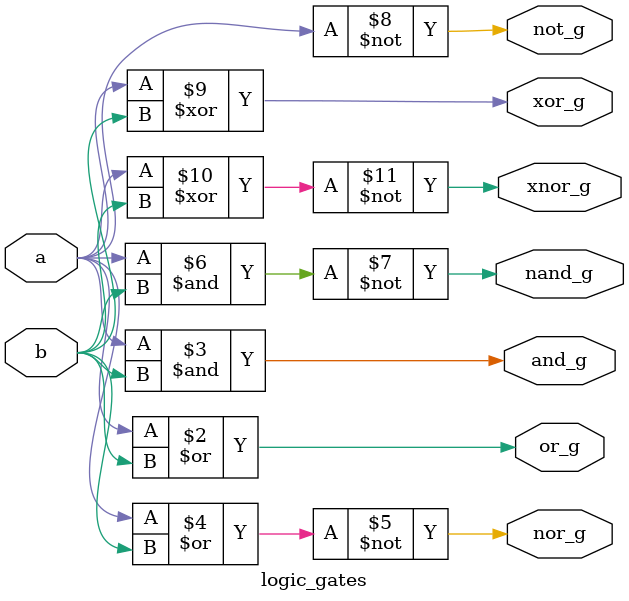
<source format=v>
module logic_gates(a,b,or_g,and_g,nand_g,nor_g,not_g,xor_g,xnor_g);
input a,b;
output reg or_g,and_g,nand_g,nor_g,not_g,xor_g,xnor_g;

always @(*)
begin 
or_g = a|b;
and_g = a&b;
nor_g = ~(a|b);
nand_g = ~(a&b);
not_g = ~a;
xor_g = a^b;
xnor_g = ~(a^b);
end
endmodule
</source>
